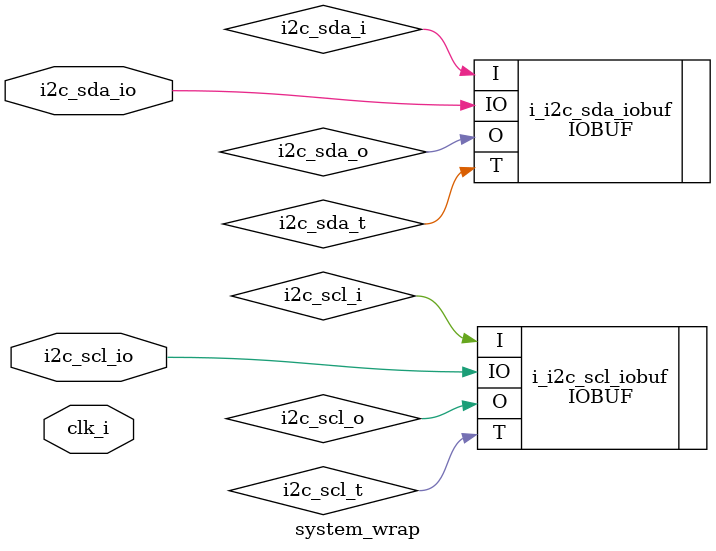
<source format=sv>
`include "global.svh"

module system_wrap (
   input clk_i,
   inout i2c_scl_io,
   inout i2c_sda_io
);

   logic i2c_scl_i, i2c_scl_o, i2c_scl_t;
   logic i2c_sda_i, i2c_sda_o, i2c_sda_t;
   IOBUF i_i2c_scl_iobuf (
      .IO (i2c_scl_io),
      .I  (i2c_scl_i),
      .O  (i2c_scl_o),
      .T  (i2c_scl_t)
   );
   IOBUF i_i2c_sda_iobuf (
      .IO (i2c_sda_io),
      .I  (i2c_sda_i),
      .O  (i2c_sda_o),
      .T  (i2c_sda_t)
   );

endmodule

</source>
